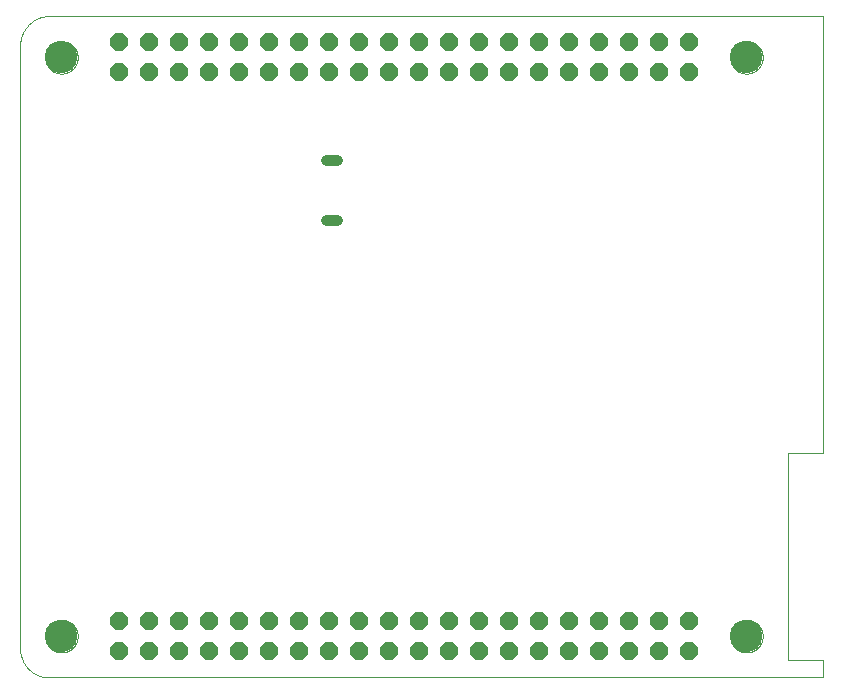
<source format=gbs>
G75*
%MOIN*%
%OFA0B0*%
%FSLAX25Y25*%
%IPPOS*%
%LPD*%
%AMOC8*
5,1,8,0,0,1.08239X$1,22.5*
%
%ADD10C,0.00000*%
%ADD11C,0.10827*%
%ADD12OC8,0.06000*%
%ADD13C,0.03600*%
D10*
X0008586Y0012587D02*
X0008586Y0213768D01*
X0008589Y0214006D01*
X0008597Y0214244D01*
X0008612Y0214481D01*
X0008632Y0214718D01*
X0008658Y0214954D01*
X0008689Y0215190D01*
X0008726Y0215425D01*
X0008769Y0215659D01*
X0008818Y0215892D01*
X0008872Y0216124D01*
X0008932Y0216354D01*
X0008997Y0216583D01*
X0009068Y0216810D01*
X0009144Y0217035D01*
X0009226Y0217258D01*
X0009313Y0217480D01*
X0009405Y0217699D01*
X0009503Y0217916D01*
X0009605Y0218130D01*
X0009713Y0218342D01*
X0009827Y0218552D01*
X0009945Y0218758D01*
X0010068Y0218962D01*
X0010196Y0219162D01*
X0010328Y0219359D01*
X0010466Y0219554D01*
X0010608Y0219744D01*
X0010755Y0219932D01*
X0010906Y0220115D01*
X0011061Y0220295D01*
X0011221Y0220471D01*
X0011385Y0220643D01*
X0011554Y0220812D01*
X0011726Y0220976D01*
X0011902Y0221136D01*
X0012082Y0221291D01*
X0012265Y0221442D01*
X0012453Y0221589D01*
X0012643Y0221731D01*
X0012838Y0221869D01*
X0013035Y0222001D01*
X0013235Y0222129D01*
X0013439Y0222252D01*
X0013645Y0222370D01*
X0013855Y0222484D01*
X0014067Y0222592D01*
X0014281Y0222694D01*
X0014498Y0222792D01*
X0014717Y0222884D01*
X0014939Y0222971D01*
X0015162Y0223053D01*
X0015387Y0223129D01*
X0015614Y0223200D01*
X0015843Y0223265D01*
X0016073Y0223325D01*
X0016305Y0223379D01*
X0016538Y0223428D01*
X0016772Y0223471D01*
X0017007Y0223508D01*
X0017243Y0223539D01*
X0017479Y0223565D01*
X0017716Y0223585D01*
X0017953Y0223600D01*
X0018191Y0223608D01*
X0018429Y0223611D01*
X0276303Y0223611D01*
X0276303Y0077942D01*
X0264492Y0077942D01*
X0264492Y0009044D01*
X0276303Y0009044D01*
X0276303Y0003138D01*
X0018429Y0003138D01*
X0018192Y0003136D01*
X0017955Y0003140D01*
X0017719Y0003150D01*
X0017482Y0003165D01*
X0017247Y0003186D01*
X0017011Y0003214D01*
X0016777Y0003246D01*
X0016543Y0003285D01*
X0016311Y0003329D01*
X0016079Y0003379D01*
X0015849Y0003435D01*
X0015620Y0003496D01*
X0015393Y0003563D01*
X0015168Y0003636D01*
X0014944Y0003714D01*
X0014723Y0003797D01*
X0014503Y0003886D01*
X0014286Y0003980D01*
X0014071Y0004079D01*
X0013859Y0004184D01*
X0013649Y0004294D01*
X0013442Y0004409D01*
X0013238Y0004529D01*
X0013037Y0004654D01*
X0012839Y0004784D01*
X0012644Y0004919D01*
X0012453Y0005059D01*
X0012265Y0005203D01*
X0012081Y0005351D01*
X0011900Y0005505D01*
X0011723Y0005662D01*
X0011550Y0005824D01*
X0011382Y0005990D01*
X0011217Y0006160D01*
X0011057Y0006334D01*
X0010900Y0006512D01*
X0010749Y0006694D01*
X0010602Y0006880D01*
X0010459Y0007069D01*
X0010321Y0007261D01*
X0010188Y0007457D01*
X0010060Y0007656D01*
X0009936Y0007858D01*
X0009818Y0008063D01*
X0009704Y0008271D01*
X0009596Y0008482D01*
X0009493Y0008695D01*
X0009396Y0008911D01*
X0009303Y0009129D01*
X0009216Y0009349D01*
X0009135Y0009571D01*
X0009059Y0009796D01*
X0008988Y0010022D01*
X0008923Y0010249D01*
X0008864Y0010478D01*
X0008810Y0010709D01*
X0008762Y0010941D01*
X0008719Y0011174D01*
X0008683Y0011408D01*
X0008652Y0011643D01*
X0008627Y0011878D01*
X0008607Y0012114D01*
X0008594Y0012350D01*
X0008586Y0012587D01*
X0016953Y0016918D02*
X0016955Y0017065D01*
X0016961Y0017211D01*
X0016971Y0017357D01*
X0016985Y0017503D01*
X0017003Y0017649D01*
X0017024Y0017794D01*
X0017050Y0017938D01*
X0017080Y0018082D01*
X0017113Y0018224D01*
X0017150Y0018366D01*
X0017191Y0018507D01*
X0017236Y0018646D01*
X0017285Y0018785D01*
X0017337Y0018922D01*
X0017394Y0019057D01*
X0017453Y0019191D01*
X0017517Y0019323D01*
X0017584Y0019453D01*
X0017654Y0019582D01*
X0017728Y0019709D01*
X0017805Y0019833D01*
X0017886Y0019956D01*
X0017970Y0020076D01*
X0018057Y0020194D01*
X0018147Y0020309D01*
X0018240Y0020422D01*
X0018337Y0020533D01*
X0018436Y0020641D01*
X0018538Y0020746D01*
X0018643Y0020848D01*
X0018751Y0020947D01*
X0018862Y0021044D01*
X0018975Y0021137D01*
X0019090Y0021227D01*
X0019208Y0021314D01*
X0019328Y0021398D01*
X0019451Y0021479D01*
X0019575Y0021556D01*
X0019702Y0021630D01*
X0019831Y0021700D01*
X0019961Y0021767D01*
X0020093Y0021831D01*
X0020227Y0021890D01*
X0020362Y0021947D01*
X0020499Y0021999D01*
X0020638Y0022048D01*
X0020777Y0022093D01*
X0020918Y0022134D01*
X0021060Y0022171D01*
X0021202Y0022204D01*
X0021346Y0022234D01*
X0021490Y0022260D01*
X0021635Y0022281D01*
X0021781Y0022299D01*
X0021927Y0022313D01*
X0022073Y0022323D01*
X0022219Y0022329D01*
X0022366Y0022331D01*
X0022513Y0022329D01*
X0022659Y0022323D01*
X0022805Y0022313D01*
X0022951Y0022299D01*
X0023097Y0022281D01*
X0023242Y0022260D01*
X0023386Y0022234D01*
X0023530Y0022204D01*
X0023672Y0022171D01*
X0023814Y0022134D01*
X0023955Y0022093D01*
X0024094Y0022048D01*
X0024233Y0021999D01*
X0024370Y0021947D01*
X0024505Y0021890D01*
X0024639Y0021831D01*
X0024771Y0021767D01*
X0024901Y0021700D01*
X0025030Y0021630D01*
X0025157Y0021556D01*
X0025281Y0021479D01*
X0025404Y0021398D01*
X0025524Y0021314D01*
X0025642Y0021227D01*
X0025757Y0021137D01*
X0025870Y0021044D01*
X0025981Y0020947D01*
X0026089Y0020848D01*
X0026194Y0020746D01*
X0026296Y0020641D01*
X0026395Y0020533D01*
X0026492Y0020422D01*
X0026585Y0020309D01*
X0026675Y0020194D01*
X0026762Y0020076D01*
X0026846Y0019956D01*
X0026927Y0019833D01*
X0027004Y0019709D01*
X0027078Y0019582D01*
X0027148Y0019453D01*
X0027215Y0019323D01*
X0027279Y0019191D01*
X0027338Y0019057D01*
X0027395Y0018922D01*
X0027447Y0018785D01*
X0027496Y0018646D01*
X0027541Y0018507D01*
X0027582Y0018366D01*
X0027619Y0018224D01*
X0027652Y0018082D01*
X0027682Y0017938D01*
X0027708Y0017794D01*
X0027729Y0017649D01*
X0027747Y0017503D01*
X0027761Y0017357D01*
X0027771Y0017211D01*
X0027777Y0017065D01*
X0027779Y0016918D01*
X0027777Y0016771D01*
X0027771Y0016625D01*
X0027761Y0016479D01*
X0027747Y0016333D01*
X0027729Y0016187D01*
X0027708Y0016042D01*
X0027682Y0015898D01*
X0027652Y0015754D01*
X0027619Y0015612D01*
X0027582Y0015470D01*
X0027541Y0015329D01*
X0027496Y0015190D01*
X0027447Y0015051D01*
X0027395Y0014914D01*
X0027338Y0014779D01*
X0027279Y0014645D01*
X0027215Y0014513D01*
X0027148Y0014383D01*
X0027078Y0014254D01*
X0027004Y0014127D01*
X0026927Y0014003D01*
X0026846Y0013880D01*
X0026762Y0013760D01*
X0026675Y0013642D01*
X0026585Y0013527D01*
X0026492Y0013414D01*
X0026395Y0013303D01*
X0026296Y0013195D01*
X0026194Y0013090D01*
X0026089Y0012988D01*
X0025981Y0012889D01*
X0025870Y0012792D01*
X0025757Y0012699D01*
X0025642Y0012609D01*
X0025524Y0012522D01*
X0025404Y0012438D01*
X0025281Y0012357D01*
X0025157Y0012280D01*
X0025030Y0012206D01*
X0024901Y0012136D01*
X0024771Y0012069D01*
X0024639Y0012005D01*
X0024505Y0011946D01*
X0024370Y0011889D01*
X0024233Y0011837D01*
X0024094Y0011788D01*
X0023955Y0011743D01*
X0023814Y0011702D01*
X0023672Y0011665D01*
X0023530Y0011632D01*
X0023386Y0011602D01*
X0023242Y0011576D01*
X0023097Y0011555D01*
X0022951Y0011537D01*
X0022805Y0011523D01*
X0022659Y0011513D01*
X0022513Y0011507D01*
X0022366Y0011505D01*
X0022219Y0011507D01*
X0022073Y0011513D01*
X0021927Y0011523D01*
X0021781Y0011537D01*
X0021635Y0011555D01*
X0021490Y0011576D01*
X0021346Y0011602D01*
X0021202Y0011632D01*
X0021060Y0011665D01*
X0020918Y0011702D01*
X0020777Y0011743D01*
X0020638Y0011788D01*
X0020499Y0011837D01*
X0020362Y0011889D01*
X0020227Y0011946D01*
X0020093Y0012005D01*
X0019961Y0012069D01*
X0019831Y0012136D01*
X0019702Y0012206D01*
X0019575Y0012280D01*
X0019451Y0012357D01*
X0019328Y0012438D01*
X0019208Y0012522D01*
X0019090Y0012609D01*
X0018975Y0012699D01*
X0018862Y0012792D01*
X0018751Y0012889D01*
X0018643Y0012988D01*
X0018538Y0013090D01*
X0018436Y0013195D01*
X0018337Y0013303D01*
X0018240Y0013414D01*
X0018147Y0013527D01*
X0018057Y0013642D01*
X0017970Y0013760D01*
X0017886Y0013880D01*
X0017805Y0014003D01*
X0017728Y0014127D01*
X0017654Y0014254D01*
X0017584Y0014383D01*
X0017517Y0014513D01*
X0017453Y0014645D01*
X0017394Y0014779D01*
X0017337Y0014914D01*
X0017285Y0015051D01*
X0017236Y0015190D01*
X0017191Y0015329D01*
X0017150Y0015470D01*
X0017113Y0015612D01*
X0017080Y0015754D01*
X0017050Y0015898D01*
X0017024Y0016042D01*
X0017003Y0016187D01*
X0016985Y0016333D01*
X0016971Y0016479D01*
X0016961Y0016625D01*
X0016955Y0016771D01*
X0016953Y0016918D01*
X0245299Y0016918D02*
X0245301Y0017065D01*
X0245307Y0017211D01*
X0245317Y0017357D01*
X0245331Y0017503D01*
X0245349Y0017649D01*
X0245370Y0017794D01*
X0245396Y0017938D01*
X0245426Y0018082D01*
X0245459Y0018224D01*
X0245496Y0018366D01*
X0245537Y0018507D01*
X0245582Y0018646D01*
X0245631Y0018785D01*
X0245683Y0018922D01*
X0245740Y0019057D01*
X0245799Y0019191D01*
X0245863Y0019323D01*
X0245930Y0019453D01*
X0246000Y0019582D01*
X0246074Y0019709D01*
X0246151Y0019833D01*
X0246232Y0019956D01*
X0246316Y0020076D01*
X0246403Y0020194D01*
X0246493Y0020309D01*
X0246586Y0020422D01*
X0246683Y0020533D01*
X0246782Y0020641D01*
X0246884Y0020746D01*
X0246989Y0020848D01*
X0247097Y0020947D01*
X0247208Y0021044D01*
X0247321Y0021137D01*
X0247436Y0021227D01*
X0247554Y0021314D01*
X0247674Y0021398D01*
X0247797Y0021479D01*
X0247921Y0021556D01*
X0248048Y0021630D01*
X0248177Y0021700D01*
X0248307Y0021767D01*
X0248439Y0021831D01*
X0248573Y0021890D01*
X0248708Y0021947D01*
X0248845Y0021999D01*
X0248984Y0022048D01*
X0249123Y0022093D01*
X0249264Y0022134D01*
X0249406Y0022171D01*
X0249548Y0022204D01*
X0249692Y0022234D01*
X0249836Y0022260D01*
X0249981Y0022281D01*
X0250127Y0022299D01*
X0250273Y0022313D01*
X0250419Y0022323D01*
X0250565Y0022329D01*
X0250712Y0022331D01*
X0250859Y0022329D01*
X0251005Y0022323D01*
X0251151Y0022313D01*
X0251297Y0022299D01*
X0251443Y0022281D01*
X0251588Y0022260D01*
X0251732Y0022234D01*
X0251876Y0022204D01*
X0252018Y0022171D01*
X0252160Y0022134D01*
X0252301Y0022093D01*
X0252440Y0022048D01*
X0252579Y0021999D01*
X0252716Y0021947D01*
X0252851Y0021890D01*
X0252985Y0021831D01*
X0253117Y0021767D01*
X0253247Y0021700D01*
X0253376Y0021630D01*
X0253503Y0021556D01*
X0253627Y0021479D01*
X0253750Y0021398D01*
X0253870Y0021314D01*
X0253988Y0021227D01*
X0254103Y0021137D01*
X0254216Y0021044D01*
X0254327Y0020947D01*
X0254435Y0020848D01*
X0254540Y0020746D01*
X0254642Y0020641D01*
X0254741Y0020533D01*
X0254838Y0020422D01*
X0254931Y0020309D01*
X0255021Y0020194D01*
X0255108Y0020076D01*
X0255192Y0019956D01*
X0255273Y0019833D01*
X0255350Y0019709D01*
X0255424Y0019582D01*
X0255494Y0019453D01*
X0255561Y0019323D01*
X0255625Y0019191D01*
X0255684Y0019057D01*
X0255741Y0018922D01*
X0255793Y0018785D01*
X0255842Y0018646D01*
X0255887Y0018507D01*
X0255928Y0018366D01*
X0255965Y0018224D01*
X0255998Y0018082D01*
X0256028Y0017938D01*
X0256054Y0017794D01*
X0256075Y0017649D01*
X0256093Y0017503D01*
X0256107Y0017357D01*
X0256117Y0017211D01*
X0256123Y0017065D01*
X0256125Y0016918D01*
X0256123Y0016771D01*
X0256117Y0016625D01*
X0256107Y0016479D01*
X0256093Y0016333D01*
X0256075Y0016187D01*
X0256054Y0016042D01*
X0256028Y0015898D01*
X0255998Y0015754D01*
X0255965Y0015612D01*
X0255928Y0015470D01*
X0255887Y0015329D01*
X0255842Y0015190D01*
X0255793Y0015051D01*
X0255741Y0014914D01*
X0255684Y0014779D01*
X0255625Y0014645D01*
X0255561Y0014513D01*
X0255494Y0014383D01*
X0255424Y0014254D01*
X0255350Y0014127D01*
X0255273Y0014003D01*
X0255192Y0013880D01*
X0255108Y0013760D01*
X0255021Y0013642D01*
X0254931Y0013527D01*
X0254838Y0013414D01*
X0254741Y0013303D01*
X0254642Y0013195D01*
X0254540Y0013090D01*
X0254435Y0012988D01*
X0254327Y0012889D01*
X0254216Y0012792D01*
X0254103Y0012699D01*
X0253988Y0012609D01*
X0253870Y0012522D01*
X0253750Y0012438D01*
X0253627Y0012357D01*
X0253503Y0012280D01*
X0253376Y0012206D01*
X0253247Y0012136D01*
X0253117Y0012069D01*
X0252985Y0012005D01*
X0252851Y0011946D01*
X0252716Y0011889D01*
X0252579Y0011837D01*
X0252440Y0011788D01*
X0252301Y0011743D01*
X0252160Y0011702D01*
X0252018Y0011665D01*
X0251876Y0011632D01*
X0251732Y0011602D01*
X0251588Y0011576D01*
X0251443Y0011555D01*
X0251297Y0011537D01*
X0251151Y0011523D01*
X0251005Y0011513D01*
X0250859Y0011507D01*
X0250712Y0011505D01*
X0250565Y0011507D01*
X0250419Y0011513D01*
X0250273Y0011523D01*
X0250127Y0011537D01*
X0249981Y0011555D01*
X0249836Y0011576D01*
X0249692Y0011602D01*
X0249548Y0011632D01*
X0249406Y0011665D01*
X0249264Y0011702D01*
X0249123Y0011743D01*
X0248984Y0011788D01*
X0248845Y0011837D01*
X0248708Y0011889D01*
X0248573Y0011946D01*
X0248439Y0012005D01*
X0248307Y0012069D01*
X0248177Y0012136D01*
X0248048Y0012206D01*
X0247921Y0012280D01*
X0247797Y0012357D01*
X0247674Y0012438D01*
X0247554Y0012522D01*
X0247436Y0012609D01*
X0247321Y0012699D01*
X0247208Y0012792D01*
X0247097Y0012889D01*
X0246989Y0012988D01*
X0246884Y0013090D01*
X0246782Y0013195D01*
X0246683Y0013303D01*
X0246586Y0013414D01*
X0246493Y0013527D01*
X0246403Y0013642D01*
X0246316Y0013760D01*
X0246232Y0013880D01*
X0246151Y0014003D01*
X0246074Y0014127D01*
X0246000Y0014254D01*
X0245930Y0014383D01*
X0245863Y0014513D01*
X0245799Y0014645D01*
X0245740Y0014779D01*
X0245683Y0014914D01*
X0245631Y0015051D01*
X0245582Y0015190D01*
X0245537Y0015329D01*
X0245496Y0015470D01*
X0245459Y0015612D01*
X0245426Y0015754D01*
X0245396Y0015898D01*
X0245370Y0016042D01*
X0245349Y0016187D01*
X0245331Y0016333D01*
X0245317Y0016479D01*
X0245307Y0016625D01*
X0245301Y0016771D01*
X0245299Y0016918D01*
X0245299Y0209831D02*
X0245301Y0209978D01*
X0245307Y0210124D01*
X0245317Y0210270D01*
X0245331Y0210416D01*
X0245349Y0210562D01*
X0245370Y0210707D01*
X0245396Y0210851D01*
X0245426Y0210995D01*
X0245459Y0211137D01*
X0245496Y0211279D01*
X0245537Y0211420D01*
X0245582Y0211559D01*
X0245631Y0211698D01*
X0245683Y0211835D01*
X0245740Y0211970D01*
X0245799Y0212104D01*
X0245863Y0212236D01*
X0245930Y0212366D01*
X0246000Y0212495D01*
X0246074Y0212622D01*
X0246151Y0212746D01*
X0246232Y0212869D01*
X0246316Y0212989D01*
X0246403Y0213107D01*
X0246493Y0213222D01*
X0246586Y0213335D01*
X0246683Y0213446D01*
X0246782Y0213554D01*
X0246884Y0213659D01*
X0246989Y0213761D01*
X0247097Y0213860D01*
X0247208Y0213957D01*
X0247321Y0214050D01*
X0247436Y0214140D01*
X0247554Y0214227D01*
X0247674Y0214311D01*
X0247797Y0214392D01*
X0247921Y0214469D01*
X0248048Y0214543D01*
X0248177Y0214613D01*
X0248307Y0214680D01*
X0248439Y0214744D01*
X0248573Y0214803D01*
X0248708Y0214860D01*
X0248845Y0214912D01*
X0248984Y0214961D01*
X0249123Y0215006D01*
X0249264Y0215047D01*
X0249406Y0215084D01*
X0249548Y0215117D01*
X0249692Y0215147D01*
X0249836Y0215173D01*
X0249981Y0215194D01*
X0250127Y0215212D01*
X0250273Y0215226D01*
X0250419Y0215236D01*
X0250565Y0215242D01*
X0250712Y0215244D01*
X0250859Y0215242D01*
X0251005Y0215236D01*
X0251151Y0215226D01*
X0251297Y0215212D01*
X0251443Y0215194D01*
X0251588Y0215173D01*
X0251732Y0215147D01*
X0251876Y0215117D01*
X0252018Y0215084D01*
X0252160Y0215047D01*
X0252301Y0215006D01*
X0252440Y0214961D01*
X0252579Y0214912D01*
X0252716Y0214860D01*
X0252851Y0214803D01*
X0252985Y0214744D01*
X0253117Y0214680D01*
X0253247Y0214613D01*
X0253376Y0214543D01*
X0253503Y0214469D01*
X0253627Y0214392D01*
X0253750Y0214311D01*
X0253870Y0214227D01*
X0253988Y0214140D01*
X0254103Y0214050D01*
X0254216Y0213957D01*
X0254327Y0213860D01*
X0254435Y0213761D01*
X0254540Y0213659D01*
X0254642Y0213554D01*
X0254741Y0213446D01*
X0254838Y0213335D01*
X0254931Y0213222D01*
X0255021Y0213107D01*
X0255108Y0212989D01*
X0255192Y0212869D01*
X0255273Y0212746D01*
X0255350Y0212622D01*
X0255424Y0212495D01*
X0255494Y0212366D01*
X0255561Y0212236D01*
X0255625Y0212104D01*
X0255684Y0211970D01*
X0255741Y0211835D01*
X0255793Y0211698D01*
X0255842Y0211559D01*
X0255887Y0211420D01*
X0255928Y0211279D01*
X0255965Y0211137D01*
X0255998Y0210995D01*
X0256028Y0210851D01*
X0256054Y0210707D01*
X0256075Y0210562D01*
X0256093Y0210416D01*
X0256107Y0210270D01*
X0256117Y0210124D01*
X0256123Y0209978D01*
X0256125Y0209831D01*
X0256123Y0209684D01*
X0256117Y0209538D01*
X0256107Y0209392D01*
X0256093Y0209246D01*
X0256075Y0209100D01*
X0256054Y0208955D01*
X0256028Y0208811D01*
X0255998Y0208667D01*
X0255965Y0208525D01*
X0255928Y0208383D01*
X0255887Y0208242D01*
X0255842Y0208103D01*
X0255793Y0207964D01*
X0255741Y0207827D01*
X0255684Y0207692D01*
X0255625Y0207558D01*
X0255561Y0207426D01*
X0255494Y0207296D01*
X0255424Y0207167D01*
X0255350Y0207040D01*
X0255273Y0206916D01*
X0255192Y0206793D01*
X0255108Y0206673D01*
X0255021Y0206555D01*
X0254931Y0206440D01*
X0254838Y0206327D01*
X0254741Y0206216D01*
X0254642Y0206108D01*
X0254540Y0206003D01*
X0254435Y0205901D01*
X0254327Y0205802D01*
X0254216Y0205705D01*
X0254103Y0205612D01*
X0253988Y0205522D01*
X0253870Y0205435D01*
X0253750Y0205351D01*
X0253627Y0205270D01*
X0253503Y0205193D01*
X0253376Y0205119D01*
X0253247Y0205049D01*
X0253117Y0204982D01*
X0252985Y0204918D01*
X0252851Y0204859D01*
X0252716Y0204802D01*
X0252579Y0204750D01*
X0252440Y0204701D01*
X0252301Y0204656D01*
X0252160Y0204615D01*
X0252018Y0204578D01*
X0251876Y0204545D01*
X0251732Y0204515D01*
X0251588Y0204489D01*
X0251443Y0204468D01*
X0251297Y0204450D01*
X0251151Y0204436D01*
X0251005Y0204426D01*
X0250859Y0204420D01*
X0250712Y0204418D01*
X0250565Y0204420D01*
X0250419Y0204426D01*
X0250273Y0204436D01*
X0250127Y0204450D01*
X0249981Y0204468D01*
X0249836Y0204489D01*
X0249692Y0204515D01*
X0249548Y0204545D01*
X0249406Y0204578D01*
X0249264Y0204615D01*
X0249123Y0204656D01*
X0248984Y0204701D01*
X0248845Y0204750D01*
X0248708Y0204802D01*
X0248573Y0204859D01*
X0248439Y0204918D01*
X0248307Y0204982D01*
X0248177Y0205049D01*
X0248048Y0205119D01*
X0247921Y0205193D01*
X0247797Y0205270D01*
X0247674Y0205351D01*
X0247554Y0205435D01*
X0247436Y0205522D01*
X0247321Y0205612D01*
X0247208Y0205705D01*
X0247097Y0205802D01*
X0246989Y0205901D01*
X0246884Y0206003D01*
X0246782Y0206108D01*
X0246683Y0206216D01*
X0246586Y0206327D01*
X0246493Y0206440D01*
X0246403Y0206555D01*
X0246316Y0206673D01*
X0246232Y0206793D01*
X0246151Y0206916D01*
X0246074Y0207040D01*
X0246000Y0207167D01*
X0245930Y0207296D01*
X0245863Y0207426D01*
X0245799Y0207558D01*
X0245740Y0207692D01*
X0245683Y0207827D01*
X0245631Y0207964D01*
X0245582Y0208103D01*
X0245537Y0208242D01*
X0245496Y0208383D01*
X0245459Y0208525D01*
X0245426Y0208667D01*
X0245396Y0208811D01*
X0245370Y0208955D01*
X0245349Y0209100D01*
X0245331Y0209246D01*
X0245317Y0209392D01*
X0245307Y0209538D01*
X0245301Y0209684D01*
X0245299Y0209831D01*
X0016953Y0209831D02*
X0016955Y0209978D01*
X0016961Y0210124D01*
X0016971Y0210270D01*
X0016985Y0210416D01*
X0017003Y0210562D01*
X0017024Y0210707D01*
X0017050Y0210851D01*
X0017080Y0210995D01*
X0017113Y0211137D01*
X0017150Y0211279D01*
X0017191Y0211420D01*
X0017236Y0211559D01*
X0017285Y0211698D01*
X0017337Y0211835D01*
X0017394Y0211970D01*
X0017453Y0212104D01*
X0017517Y0212236D01*
X0017584Y0212366D01*
X0017654Y0212495D01*
X0017728Y0212622D01*
X0017805Y0212746D01*
X0017886Y0212869D01*
X0017970Y0212989D01*
X0018057Y0213107D01*
X0018147Y0213222D01*
X0018240Y0213335D01*
X0018337Y0213446D01*
X0018436Y0213554D01*
X0018538Y0213659D01*
X0018643Y0213761D01*
X0018751Y0213860D01*
X0018862Y0213957D01*
X0018975Y0214050D01*
X0019090Y0214140D01*
X0019208Y0214227D01*
X0019328Y0214311D01*
X0019451Y0214392D01*
X0019575Y0214469D01*
X0019702Y0214543D01*
X0019831Y0214613D01*
X0019961Y0214680D01*
X0020093Y0214744D01*
X0020227Y0214803D01*
X0020362Y0214860D01*
X0020499Y0214912D01*
X0020638Y0214961D01*
X0020777Y0215006D01*
X0020918Y0215047D01*
X0021060Y0215084D01*
X0021202Y0215117D01*
X0021346Y0215147D01*
X0021490Y0215173D01*
X0021635Y0215194D01*
X0021781Y0215212D01*
X0021927Y0215226D01*
X0022073Y0215236D01*
X0022219Y0215242D01*
X0022366Y0215244D01*
X0022513Y0215242D01*
X0022659Y0215236D01*
X0022805Y0215226D01*
X0022951Y0215212D01*
X0023097Y0215194D01*
X0023242Y0215173D01*
X0023386Y0215147D01*
X0023530Y0215117D01*
X0023672Y0215084D01*
X0023814Y0215047D01*
X0023955Y0215006D01*
X0024094Y0214961D01*
X0024233Y0214912D01*
X0024370Y0214860D01*
X0024505Y0214803D01*
X0024639Y0214744D01*
X0024771Y0214680D01*
X0024901Y0214613D01*
X0025030Y0214543D01*
X0025157Y0214469D01*
X0025281Y0214392D01*
X0025404Y0214311D01*
X0025524Y0214227D01*
X0025642Y0214140D01*
X0025757Y0214050D01*
X0025870Y0213957D01*
X0025981Y0213860D01*
X0026089Y0213761D01*
X0026194Y0213659D01*
X0026296Y0213554D01*
X0026395Y0213446D01*
X0026492Y0213335D01*
X0026585Y0213222D01*
X0026675Y0213107D01*
X0026762Y0212989D01*
X0026846Y0212869D01*
X0026927Y0212746D01*
X0027004Y0212622D01*
X0027078Y0212495D01*
X0027148Y0212366D01*
X0027215Y0212236D01*
X0027279Y0212104D01*
X0027338Y0211970D01*
X0027395Y0211835D01*
X0027447Y0211698D01*
X0027496Y0211559D01*
X0027541Y0211420D01*
X0027582Y0211279D01*
X0027619Y0211137D01*
X0027652Y0210995D01*
X0027682Y0210851D01*
X0027708Y0210707D01*
X0027729Y0210562D01*
X0027747Y0210416D01*
X0027761Y0210270D01*
X0027771Y0210124D01*
X0027777Y0209978D01*
X0027779Y0209831D01*
X0027777Y0209684D01*
X0027771Y0209538D01*
X0027761Y0209392D01*
X0027747Y0209246D01*
X0027729Y0209100D01*
X0027708Y0208955D01*
X0027682Y0208811D01*
X0027652Y0208667D01*
X0027619Y0208525D01*
X0027582Y0208383D01*
X0027541Y0208242D01*
X0027496Y0208103D01*
X0027447Y0207964D01*
X0027395Y0207827D01*
X0027338Y0207692D01*
X0027279Y0207558D01*
X0027215Y0207426D01*
X0027148Y0207296D01*
X0027078Y0207167D01*
X0027004Y0207040D01*
X0026927Y0206916D01*
X0026846Y0206793D01*
X0026762Y0206673D01*
X0026675Y0206555D01*
X0026585Y0206440D01*
X0026492Y0206327D01*
X0026395Y0206216D01*
X0026296Y0206108D01*
X0026194Y0206003D01*
X0026089Y0205901D01*
X0025981Y0205802D01*
X0025870Y0205705D01*
X0025757Y0205612D01*
X0025642Y0205522D01*
X0025524Y0205435D01*
X0025404Y0205351D01*
X0025281Y0205270D01*
X0025157Y0205193D01*
X0025030Y0205119D01*
X0024901Y0205049D01*
X0024771Y0204982D01*
X0024639Y0204918D01*
X0024505Y0204859D01*
X0024370Y0204802D01*
X0024233Y0204750D01*
X0024094Y0204701D01*
X0023955Y0204656D01*
X0023814Y0204615D01*
X0023672Y0204578D01*
X0023530Y0204545D01*
X0023386Y0204515D01*
X0023242Y0204489D01*
X0023097Y0204468D01*
X0022951Y0204450D01*
X0022805Y0204436D01*
X0022659Y0204426D01*
X0022513Y0204420D01*
X0022366Y0204418D01*
X0022219Y0204420D01*
X0022073Y0204426D01*
X0021927Y0204436D01*
X0021781Y0204450D01*
X0021635Y0204468D01*
X0021490Y0204489D01*
X0021346Y0204515D01*
X0021202Y0204545D01*
X0021060Y0204578D01*
X0020918Y0204615D01*
X0020777Y0204656D01*
X0020638Y0204701D01*
X0020499Y0204750D01*
X0020362Y0204802D01*
X0020227Y0204859D01*
X0020093Y0204918D01*
X0019961Y0204982D01*
X0019831Y0205049D01*
X0019702Y0205119D01*
X0019575Y0205193D01*
X0019451Y0205270D01*
X0019328Y0205351D01*
X0019208Y0205435D01*
X0019090Y0205522D01*
X0018975Y0205612D01*
X0018862Y0205705D01*
X0018751Y0205802D01*
X0018643Y0205901D01*
X0018538Y0206003D01*
X0018436Y0206108D01*
X0018337Y0206216D01*
X0018240Y0206327D01*
X0018147Y0206440D01*
X0018057Y0206555D01*
X0017970Y0206673D01*
X0017886Y0206793D01*
X0017805Y0206916D01*
X0017728Y0207040D01*
X0017654Y0207167D01*
X0017584Y0207296D01*
X0017517Y0207426D01*
X0017453Y0207558D01*
X0017394Y0207692D01*
X0017337Y0207827D01*
X0017285Y0207964D01*
X0017236Y0208103D01*
X0017191Y0208242D01*
X0017150Y0208383D01*
X0017113Y0208525D01*
X0017080Y0208667D01*
X0017050Y0208811D01*
X0017024Y0208955D01*
X0017003Y0209100D01*
X0016985Y0209246D01*
X0016971Y0209392D01*
X0016961Y0209538D01*
X0016955Y0209684D01*
X0016953Y0209831D01*
D11*
X0022366Y0209831D03*
X0250712Y0209831D03*
X0250712Y0016918D03*
X0022366Y0016918D03*
D12*
X0041539Y0011918D03*
X0051539Y0011918D03*
X0051539Y0021918D03*
X0041539Y0021918D03*
X0061539Y0021918D03*
X0071539Y0021918D03*
X0071539Y0011918D03*
X0061539Y0011918D03*
X0081539Y0011918D03*
X0091539Y0011918D03*
X0101539Y0011918D03*
X0101539Y0021918D03*
X0091539Y0021918D03*
X0081539Y0021918D03*
X0111539Y0021918D03*
X0121539Y0021918D03*
X0121539Y0011918D03*
X0111539Y0011918D03*
X0131539Y0011918D03*
X0141539Y0011918D03*
X0141539Y0021918D03*
X0131539Y0021918D03*
X0151539Y0021918D03*
X0161539Y0021918D03*
X0171539Y0021918D03*
X0171539Y0011918D03*
X0161539Y0011918D03*
X0151539Y0011918D03*
X0181539Y0011918D03*
X0191539Y0011918D03*
X0191539Y0021918D03*
X0181539Y0021918D03*
X0201539Y0021918D03*
X0211539Y0021918D03*
X0211539Y0011918D03*
X0201539Y0011918D03*
X0221539Y0011918D03*
X0231539Y0011918D03*
X0231539Y0021918D03*
X0221539Y0021918D03*
X0221539Y0204831D03*
X0231539Y0204831D03*
X0231539Y0214831D03*
X0221539Y0214831D03*
X0211539Y0214831D03*
X0201539Y0214831D03*
X0201539Y0204831D03*
X0211539Y0204831D03*
X0191539Y0204831D03*
X0181539Y0204831D03*
X0171539Y0204831D03*
X0161539Y0204831D03*
X0151539Y0204831D03*
X0141539Y0204831D03*
X0131539Y0204831D03*
X0121539Y0204831D03*
X0111539Y0204831D03*
X0101539Y0204831D03*
X0091539Y0204831D03*
X0081539Y0204831D03*
X0071539Y0204831D03*
X0061539Y0204831D03*
X0051539Y0204831D03*
X0041539Y0204831D03*
X0041539Y0214831D03*
X0051539Y0214831D03*
X0061539Y0214831D03*
X0071539Y0214831D03*
X0081539Y0214831D03*
X0091539Y0214831D03*
X0101539Y0214831D03*
X0111539Y0214831D03*
X0121539Y0214831D03*
X0131539Y0214831D03*
X0141539Y0214831D03*
X0151539Y0214831D03*
X0161539Y0214831D03*
X0171539Y0214831D03*
X0181539Y0214831D03*
X0191539Y0214831D03*
D13*
X0114205Y0175619D02*
X0110605Y0175619D01*
X0110605Y0155619D02*
X0114205Y0155619D01*
M02*

</source>
